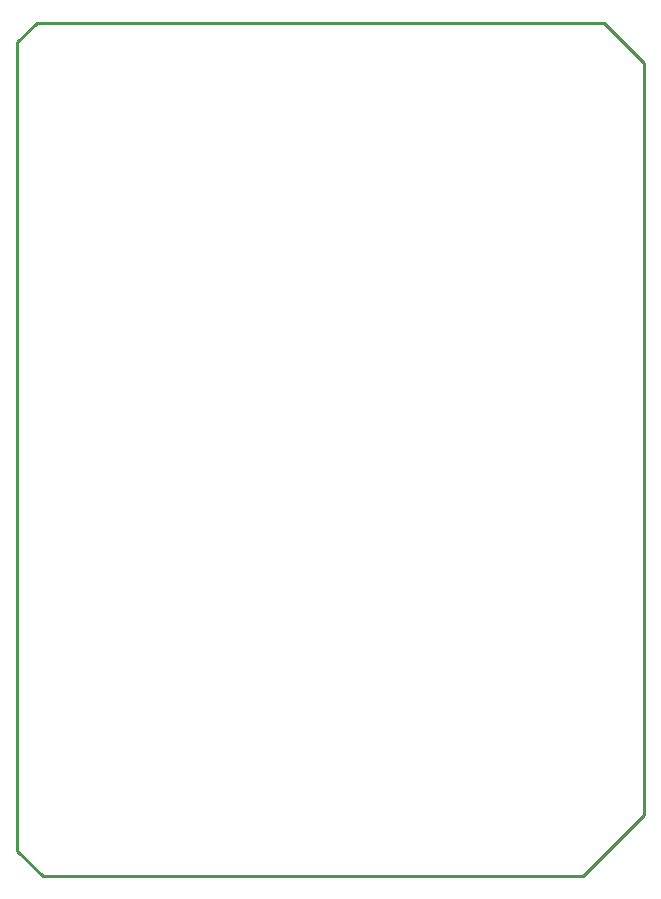
<source format=gbr>
%TF.GenerationSoftware,Altium Limited,Altium Designer,20.2.5 (213)*%
G04 Layer_Color=16711935*
%FSLAX45Y45*%
%MOMM*%
%TF.SameCoordinates,0B4FD596-2A60-4D0F-BAE7-1B06E363B609*%
%TF.FilePolarity,Positive*%
%TF.FileFunction,Keep-out,Top*%
%TF.Part,Single*%
G01*
G75*
%TA.AperFunction,NonConductor*%
%ADD44C,0.25400*%
D44*
X8394700Y9232900D02*
Y10896600D01*
X8559800Y11061700D01*
X13360400D01*
X13703300Y10718800D01*
Y4356100D02*
Y10718800D01*
X13182600Y3835400D02*
X13703300Y4356100D01*
X8610600Y3835400D02*
X13182600D01*
X8394700Y4051300D02*
X8610600Y3835400D01*
X8394700Y4051300D02*
Y9232900D01*
%TF.MD5,5f2e60b884a34dae9a0f1b9980674a08*%
M02*

</source>
